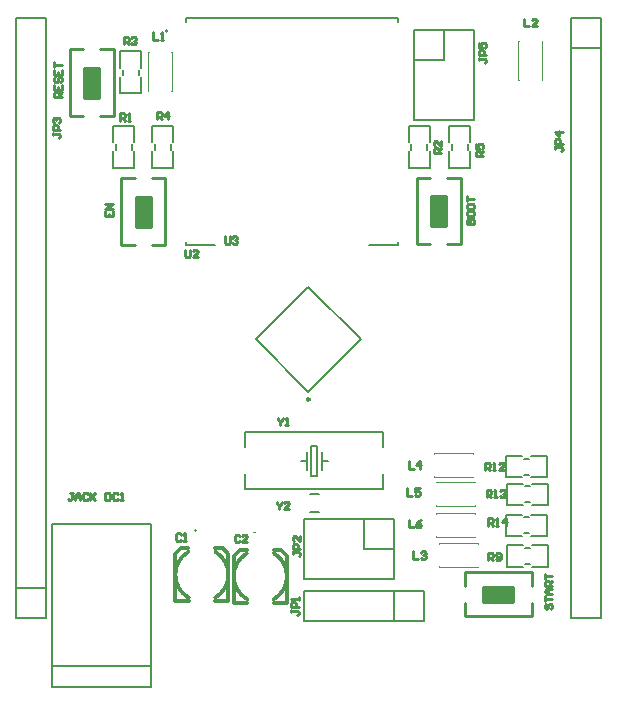
<source format=gto>
G04*
G04 #@! TF.GenerationSoftware,Altium Limited,Altium Designer,22.1.2 (22)*
G04*
G04 Layer_Color=65535*
%FSTAX24Y24*%
%MOIN*%
G70*
G04*
G04 #@! TF.SameCoordinates,360A1761-899D-4A34-B866-C5D0D12458BF*
G04*
G04*
G04 #@! TF.FilePolarity,Positive*
G04*
G01*
G75*
%ADD10C,0.0079*%
%ADD11C,0.0098*%
%ADD12C,0.0118*%
%ADD13C,0.0050*%
%ADD14C,0.0100*%
%ADD15C,0.0070*%
%ADD16C,0.0040*%
%ADD17R,0.0500X0.1000*%
%ADD18R,0.1000X0.0500*%
G36*
X016103Y013023D02*
X016146D01*
Y013005D01*
X016103D01*
Y012962D01*
X016084D01*
Y013005D01*
X016041D01*
Y013023D01*
X016084D01*
Y013067D01*
X016103D01*
Y013023D01*
D02*
G37*
G36*
X018053Y012972D02*
X018096D01*
Y012953D01*
X018053D01*
Y01291D01*
X018034D01*
Y012953D01*
X017991D01*
Y012972D01*
X018034D01*
Y013015D01*
X018053D01*
Y012972D01*
D02*
G37*
D10*
X015156Y029679D02*
G03*
X015156Y029679I-000039J0D01*
G01*
X0197Y01D02*
Y011D01*
X0237D01*
X0197Y01D02*
X0237D01*
Y011D01*
X0227Y01D02*
Y011D01*
X018096Y0194D02*
X01985Y017646D01*
X018096Y0194D02*
X01985Y021154D01*
X021604Y0194D01*
X01985Y017646D02*
X021604Y0194D01*
X0217Y0124D02*
Y0134D01*
Y0124D02*
X0227D01*
Y0114D02*
Y0134D01*
X0197Y0114D02*
X0227D01*
X0197D02*
Y0134D01*
X0227D01*
X01405Y025961D02*
Y026489D01*
X01334D02*
X01405D01*
X01334Y025961D02*
Y026489D01*
Y025111D02*
Y025656D01*
X01405Y025111D02*
Y025656D01*
X01334Y025111D02*
X01405D01*
X026435Y012844D02*
Y013554D01*
Y012844D02*
X02698D01*
X026435Y013554D02*
X02698D01*
X027285D02*
X027813D01*
Y012844D02*
Y013554D01*
X027285Y012844D02*
X027813D01*
X02525Y025961D02*
Y026489D01*
X02454D02*
X02525D01*
X02454Y025961D02*
Y026489D01*
Y025111D02*
Y025656D01*
X02525Y025111D02*
Y025656D01*
X02454Y025111D02*
X02525D01*
X01535Y025961D02*
Y026489D01*
X01464D02*
X01535D01*
X01464Y025961D02*
Y026489D01*
Y025111D02*
Y025656D01*
X01535Y025111D02*
Y025656D01*
X01464Y025111D02*
X01535D01*
X02337Y0267D02*
Y0297D01*
Y0267D02*
X02537D01*
Y0297D01*
X02337D02*
X02537D01*
X02437Y0287D02*
Y0297D01*
X02337Y0287D02*
X02437D01*
X0286Y0291D02*
X0296D01*
X0286Y0101D02*
X0296D01*
X0286D02*
Y0301D01*
X0296D01*
Y02935D02*
Y0301D01*
Y0101D02*
Y02935D01*
X0101Y01085D02*
Y0301D01*
Y0101D02*
Y01085D01*
Y0101D02*
X0111D01*
Y0301D01*
X0101D02*
X0111D01*
X0101Y0111D02*
X0111D01*
X027311Y01182D02*
X027839D01*
Y01253D01*
X027311D02*
X027839D01*
X026461D02*
X027006D01*
X026461Y01182D02*
X027006D01*
X026461D02*
Y01253D01*
Y01387D02*
Y01458D01*
Y01387D02*
X027006D01*
X026461Y01458D02*
X027006D01*
X027311D02*
X027839D01*
Y01387D02*
Y01458D01*
X027311Y01387D02*
X027839D01*
X026435Y014794D02*
Y015504D01*
Y014794D02*
X02698D01*
X026435Y015504D02*
X02698D01*
X027285D02*
X027813D01*
Y014794D02*
Y015504D01*
X027285Y014794D02*
X027813D01*
X01357Y028989D02*
X01428D01*
X01357Y028444D02*
Y028989D01*
X01428Y028444D02*
Y028989D01*
Y027611D02*
Y028139D01*
X01357Y027611D02*
X01428D01*
X01357D02*
Y028139D01*
X0239Y025961D02*
Y026489D01*
X02319D02*
X0239D01*
X02319Y025961D02*
Y026489D01*
Y025111D02*
Y025656D01*
X0239Y025111D02*
Y025656D01*
X02319Y025111D02*
X0239D01*
D11*
X019899Y017396D02*
G03*
X019899Y017396I-000049J0D01*
G01*
D12*
X01585Y012313D02*
G03*
X015862Y01078I00045J-000763D01*
G01*
X016741Y010782D02*
G03*
X01675Y012313I-000441J000768D01*
G01*
X0178Y012261D02*
G03*
X017812Y010728I00045J-000763D01*
G01*
X018691Y01073D02*
G03*
X0187Y012261I-000441J000768D01*
G01*
X016989Y012436D02*
X017186Y012239D01*
X015414D02*
X015611Y012436D01*
X015414Y010664D02*
Y012239D01*
X017186Y010664D02*
Y012239D01*
X016753Y012436D02*
X016989D01*
X015611D02*
X015847D01*
X015414Y010664D02*
X015857D01*
X016743D02*
X017186D01*
X018939Y012384D02*
X019136Y012187D01*
X017364D02*
X017561Y012384D01*
X017364Y010612D02*
Y012187D01*
X019136Y010612D02*
Y012187D01*
X018703Y012384D02*
X018939D01*
X017561D02*
X017797D01*
X017364Y010612D02*
X017807D01*
X018693D02*
X019136D01*
D13*
X015766Y029978D02*
Y030096D01*
X022853D01*
Y029978D02*
Y030096D01*
X015766Y022537D02*
Y022655D01*
Y022537D02*
X016754D01*
X021865D02*
X022853D01*
Y022655D01*
X01775Y0163D02*
X02235D01*
Y0144D02*
Y0149D01*
Y0158D02*
Y0163D01*
X01775Y0158D02*
Y0163D01*
X0203Y01535D02*
X0205D01*
X0203Y01505D02*
Y01565D01*
X02015Y01485D02*
Y01585D01*
X01995D02*
X02015D01*
X01995Y01485D02*
Y01585D01*
Y01485D02*
X02015D01*
X0198Y01505D02*
Y01565D01*
X0196Y01535D02*
X0198D01*
X01775Y0144D02*
X02235D01*
X01775D02*
Y0149D01*
X0199Y013655D02*
X0202D01*
X0199Y014245D02*
X0202D01*
D14*
X01291Y02906D02*
X01336D01*
X0119D02*
X01235D01*
X01238Y02745D02*
X01288D01*
Y02845D01*
X01238D02*
X01288D01*
X01238Y02745D02*
Y02845D01*
X0119Y02684D02*
Y02906D01*
X01336Y02684D02*
Y02906D01*
X01291Y02684D02*
X01336D01*
X0119D02*
X01235D01*
X025068Y01118D02*
Y01163D01*
Y01017D02*
Y01062D01*
Y01017D02*
X027288D01*
X025068Y01163D02*
X027288D01*
X025678Y01115D02*
X026678D01*
Y01065D02*
Y01115D01*
X025678Y01065D02*
X026678D01*
X025678D02*
Y01115D01*
X027288Y01118D02*
Y01163D01*
Y01017D02*
Y01062D01*
X01463Y02476D02*
X01508D01*
X01362D02*
X01407D01*
X01362Y02254D02*
Y02476D01*
X01508Y02254D02*
Y02476D01*
X0146Y02315D02*
Y02415D01*
X0141Y02315D02*
X0146D01*
X0141D02*
Y02415D01*
X0146D01*
X01463Y02254D02*
X01508D01*
X01362D02*
X01407D01*
X02347Y022562D02*
X02392D01*
X02448D02*
X02493D01*
X02395Y024172D02*
X02445D01*
X02395Y023172D02*
Y024172D01*
Y023172D02*
X02445D01*
Y024172D01*
X02493Y022562D02*
Y024782D01*
X02347Y022562D02*
Y024782D01*
X02392D01*
X02448D02*
X02493D01*
X015742Y022375D02*
Y022167D01*
X015783Y022125D01*
X015867D01*
X015908Y022167D01*
Y022375D01*
X016158Y022125D02*
X015992D01*
X016158Y022292D01*
Y022333D01*
X016117Y022375D01*
X016033D01*
X015992Y022333D01*
X019275Y010375D02*
Y010292D01*
Y010333D01*
X019483D01*
X019525Y010292D01*
Y01025D01*
X019483Y010208D01*
X019525Y010458D02*
X019275D01*
Y010583D01*
X019317Y010625D01*
X0194D01*
X019442Y010583D01*
Y010458D01*
X019525Y010708D02*
Y010792D01*
Y01075D01*
X019275D01*
X019317Y010708D01*
X018792Y013975D02*
Y013933D01*
X018875Y01385D01*
X018958Y013933D01*
Y013975D01*
X018875Y01385D02*
Y013725D01*
X019208D02*
X019042D01*
X019208Y013892D01*
Y013933D01*
X019167Y013975D01*
X019083D01*
X019042Y013933D01*
X018833Y016775D02*
Y016733D01*
X018917Y01665D01*
X019Y016733D01*
Y016775D01*
X018917Y01665D02*
Y016525D01*
X019083D02*
X019167D01*
X019125D01*
Y016775D01*
X019083Y016733D01*
X01707Y02283D02*
Y022622D01*
X017112Y02258D01*
X017195D01*
X017237Y022622D01*
Y02283D01*
X01732Y022788D02*
X017362Y02283D01*
X017445D01*
X017487Y022788D01*
Y022747D01*
X017445Y022705D01*
X017403D01*
X017445D01*
X017487Y022663D01*
Y022622D01*
X017445Y02258D01*
X017362D01*
X01732Y022622D01*
X025838Y013175D02*
Y013425D01*
X025963D01*
X026004Y013383D01*
Y0133D01*
X025963Y013258D01*
X025838D01*
X025921D02*
X026004Y013175D01*
X026088D02*
X026171D01*
X026129D01*
Y013425D01*
X026088Y013383D01*
X026421Y013175D02*
Y013425D01*
X026296Y0133D01*
X026462D01*
X025788Y014125D02*
Y014375D01*
X025913D01*
X025954Y014333D01*
Y01425D01*
X025913Y014208D01*
X025788D01*
X025871D02*
X025954Y014125D01*
X026038D02*
X026121D01*
X026079D01*
Y014375D01*
X026038Y014333D01*
X026246D02*
X026287Y014375D01*
X026371D01*
X026412Y014333D01*
Y014292D01*
X026371Y01425D01*
X026329D01*
X026371D01*
X026412Y014208D01*
Y014167D01*
X026371Y014125D01*
X026287D01*
X026246Y014167D01*
X025738Y015025D02*
Y015275D01*
X025863D01*
X025904Y015233D01*
Y01515D01*
X025863Y015108D01*
X025738D01*
X025821D02*
X025904Y015025D01*
X025988D02*
X026071D01*
X026029D01*
Y015275D01*
X025988Y015233D01*
X026362Y015025D02*
X026196D01*
X026362Y015192D01*
Y015233D01*
X026321Y015275D01*
X026237D01*
X026196Y015233D01*
X025842Y012025D02*
Y012275D01*
X025967D01*
X026008Y012233D01*
Y01215D01*
X025967Y012108D01*
X025842D01*
X025925D02*
X026008Y012025D01*
X026092Y012067D02*
X026133Y012025D01*
X026217D01*
X026258Y012067D01*
Y012233D01*
X026217Y012275D01*
X026133D01*
X026092Y012233D01*
Y012192D01*
X026133Y01215D01*
X026258D01*
X025675Y025492D02*
X025425D01*
Y025617D01*
X025467Y025658D01*
X02555D01*
X025592Y025617D01*
Y025492D01*
Y025575D02*
X025675Y025658D01*
X025425Y025908D02*
Y025742D01*
X02555D01*
X025508Y025825D01*
Y025867D01*
X02555Y025908D01*
X025633D01*
X025675Y025867D01*
Y025783D01*
X025633Y025742D01*
X014792Y026725D02*
Y026975D01*
X014917D01*
X014958Y026933D01*
Y02685D01*
X014917Y026808D01*
X014792D01*
X014875D02*
X014958Y026725D01*
X015167D02*
Y026975D01*
X015042Y02685D01*
X015208D01*
X013692Y029225D02*
Y029475D01*
X013817D01*
X013858Y029433D01*
Y02935D01*
X013817Y029308D01*
X013692D01*
X013775D02*
X013858Y029225D01*
X013942Y029433D02*
X013983Y029475D01*
X014067D01*
X014108Y029433D01*
Y029392D01*
X014067Y02935D01*
X014025D01*
X014067D01*
X014108Y029308D01*
Y029267D01*
X014067Y029225D01*
X013983D01*
X013942Y029267D01*
X024275Y025592D02*
X024025D01*
Y025717D01*
X024067Y025758D01*
X02415D01*
X024192Y025717D01*
Y025592D01*
Y025675D02*
X024275Y025758D01*
Y026008D02*
Y025842D01*
X024108Y026008D01*
X024067D01*
X024025Y025967D01*
Y025883D01*
X024067Y025842D01*
X013583Y026675D02*
Y026925D01*
X013708D01*
X01375Y026883D01*
Y0268D01*
X013708Y026758D01*
X013583D01*
X013667D02*
X01375Y026675D01*
X013833D02*
X013917D01*
X013875D01*
Y026925D01*
X013833Y026883D01*
X023192Y013375D02*
Y013125D01*
X023358D01*
X023608Y013375D02*
X023525Y013333D01*
X023442Y01325D01*
Y013167D01*
X023483Y013125D01*
X023567D01*
X023608Y013167D01*
Y013208D01*
X023567Y01325D01*
X023442D01*
X023142Y014425D02*
Y014175D01*
X023308D01*
X023558Y014425D02*
X023392D01*
Y0143D01*
X023475Y014342D01*
X023517D01*
X023558Y0143D01*
Y014217D01*
X023517Y014175D01*
X023433D01*
X023392Y014217D01*
X023192Y015325D02*
Y015075D01*
X023358D01*
X023567D02*
Y015325D01*
X023442Y0152D01*
X023608D01*
X023342Y012325D02*
Y012075D01*
X023508D01*
X023592Y012283D02*
X023633Y012325D01*
X023717D01*
X023758Y012283D01*
Y012242D01*
X023717Y0122D01*
X023675D01*
X023717D01*
X023758Y012158D01*
Y012117D01*
X023717Y012075D01*
X023633D01*
X023592Y012117D01*
X027042Y030075D02*
Y029825D01*
X027208D01*
X027458D02*
X027292D01*
X027458Y029992D01*
Y030033D01*
X027417Y030075D01*
X027333D01*
X027292Y030033D01*
X014683Y029625D02*
Y029375D01*
X01485D01*
X014933D02*
X015017D01*
X014975D01*
Y029625D01*
X014933Y029583D01*
X025525Y028783D02*
Y0287D01*
Y028742D01*
X025733D01*
X025775Y0287D01*
Y028658D01*
X025733Y028617D01*
X025775Y028867D02*
X025525D01*
Y028992D01*
X025567Y029033D01*
X02565D01*
X025692Y028992D01*
Y028867D01*
X025525Y029283D02*
Y029117D01*
X02565D01*
X025608Y0292D01*
Y029242D01*
X02565Y029283D01*
X025733D01*
X025775Y029242D01*
Y029158D01*
X025733Y029117D01*
X028075Y025833D02*
Y02575D01*
Y025792D01*
X028283D01*
X028325Y02575D01*
Y025708D01*
X028283Y025667D01*
X028325Y025917D02*
X028075D01*
Y026042D01*
X028117Y026083D01*
X0282D01*
X028242Y026042D01*
Y025917D01*
X028325Y026292D02*
X028075D01*
X0282Y026167D01*
Y026333D01*
X011325Y026283D02*
Y0262D01*
Y026242D01*
X011533D01*
X011575Y0262D01*
Y026158D01*
X011533Y026117D01*
X011575Y026367D02*
X011325D01*
Y026492D01*
X011367Y026533D01*
X01145D01*
X011492Y026492D01*
Y026367D01*
X011367Y026617D02*
X011325Y026658D01*
Y026742D01*
X011367Y026783D01*
X011408D01*
X01145Y026742D01*
Y0267D01*
Y026742D01*
X011492Y026783D01*
X011533D01*
X011575Y026742D01*
Y026658D01*
X011533Y026617D01*
X019325Y012333D02*
Y01225D01*
Y012292D01*
X019533D01*
X019575Y01225D01*
Y012208D01*
X019533Y012167D01*
X019575Y012417D02*
X019325D01*
Y012542D01*
X019367Y012583D01*
X01945D01*
X019492Y012542D01*
Y012417D01*
X019575Y012833D02*
Y012667D01*
X019408Y012833D01*
X019367D01*
X019325Y012792D01*
Y012708D01*
X019367Y012667D01*
X012Y014275D02*
X011917D01*
X011959D01*
Y014067D01*
X011917Y014025D01*
X011875D01*
X011834Y014067D01*
X012084Y014025D02*
Y014192D01*
X012167Y014275D01*
X01225Y014192D01*
Y014025D01*
Y01415D01*
X012084D01*
X0125Y014233D02*
X012458Y014275D01*
X012375D01*
X012333Y014233D01*
Y014067D01*
X012375Y014025D01*
X012458D01*
X0125Y014067D01*
X012583Y014275D02*
Y014025D01*
Y014108D01*
X01275Y014275D01*
X012625Y01415D01*
X01275Y014025D01*
X013083Y014275D02*
Y014025D01*
X013208D01*
X01325Y014067D01*
Y014233D01*
X013208Y014275D01*
X013083D01*
X0135Y014233D02*
X013458Y014275D01*
X013375D01*
X013333Y014233D01*
Y014067D01*
X013375Y014025D01*
X013458D01*
X0135Y014067D01*
X013583Y014025D02*
X013666D01*
X013625D01*
Y014275D01*
X013583Y014233D01*
X017558Y012833D02*
X017517Y012875D01*
X017433D01*
X017392Y012833D01*
Y012667D01*
X017433Y012625D01*
X017517D01*
X017558Y012667D01*
X017808Y012625D02*
X017642D01*
X017808Y012792D01*
Y012833D01*
X017767Y012875D01*
X017683D01*
X017642Y012833D01*
X0156Y012883D02*
X015558Y012925D01*
X015475D01*
X015433Y012883D01*
Y012717D01*
X015475Y012675D01*
X015558D01*
X0156Y012717D01*
X015683Y012675D02*
X015767D01*
X015725D01*
Y012925D01*
X015683Y012883D01*
X027767Y010583D02*
X027725Y010542D01*
Y010459D01*
X027767Y010417D01*
X027808D01*
X02785Y010459D01*
Y010542D01*
X027892Y010583D01*
X027933D01*
X027975Y010542D01*
Y010459D01*
X027933Y010417D01*
X027725Y010667D02*
Y010833D01*
Y01075D01*
X027975D01*
Y010917D02*
X027808D01*
X027725Y011D01*
X027808Y011083D01*
X027975D01*
X02785D01*
Y010917D01*
X027975Y011167D02*
X027725D01*
Y011292D01*
X027767Y011333D01*
X02785D01*
X027892Y011292D01*
Y011167D01*
Y01125D02*
X027975Y011333D01*
X027725Y011417D02*
Y011583D01*
Y0115D01*
X027975D01*
X011625Y027467D02*
X011375D01*
Y027592D01*
X011417Y027633D01*
X0115D01*
X011542Y027592D01*
Y027467D01*
Y02755D02*
X011625Y027633D01*
X011375Y027883D02*
Y027717D01*
X011625D01*
Y027883D01*
X0115Y027717D02*
Y0278D01*
X011417Y028133D02*
X011375Y028092D01*
Y028008D01*
X011417Y027967D01*
X011458D01*
X0115Y028008D01*
Y028092D01*
X011542Y028133D01*
X011583D01*
X011625Y028092D01*
Y028008D01*
X011583Y027967D01*
X011375Y028383D02*
Y028217D01*
X011625D01*
Y028383D01*
X0115Y028217D02*
Y0283D01*
X011375Y028467D02*
Y028633D01*
Y02855D01*
X011625D01*
X025125Y023242D02*
X025375D01*
Y023367D01*
X025333Y023408D01*
X025292D01*
X02525Y023367D01*
Y023242D01*
Y023367D01*
X025208Y023408D01*
X025167D01*
X025125Y023367D01*
Y023242D01*
Y023617D02*
Y023533D01*
X025167Y023492D01*
X025333D01*
X025375Y023533D01*
Y023617D01*
X025333Y023658D01*
X025167D01*
X025125Y023617D01*
Y023867D02*
Y023783D01*
X025167Y023742D01*
X025333D01*
X025375Y023783D01*
Y023867D01*
X025333Y023908D01*
X025167D01*
X025125Y023867D01*
Y023992D02*
Y024158D01*
Y024075D01*
X025375D01*
X013075Y023658D02*
Y023492D01*
X013325D01*
Y023658D01*
X0132Y023492D02*
Y023575D01*
X013325Y023742D02*
X013075D01*
X013325Y023908D01*
X013075D01*
D15*
X0113Y0085D02*
X0146D01*
Y0078D02*
Y01325D01*
X0113Y0078D02*
Y01325D01*
X0146D01*
X0113Y0078D02*
X0146D01*
X013964Y025712D02*
Y025892D01*
X013424Y025712D02*
Y025892D01*
X027036Y01347D02*
X027216D01*
X027036Y01293D02*
X027216D01*
X025164Y025712D02*
Y025892D01*
X024624Y025712D02*
Y025892D01*
X015264Y025712D02*
Y025892D01*
X014724Y025712D02*
Y025892D01*
X027062Y011906D02*
X027242D01*
X027062Y012446D02*
X027242D01*
X027062Y014496D02*
X027242D01*
X027062Y013956D02*
X027242D01*
X027036Y01542D02*
X027216D01*
X027036Y01488D02*
X027216D01*
X014196Y028208D02*
Y028388D01*
X013656Y028208D02*
Y028388D01*
X023814Y025712D02*
Y025892D01*
X023274Y025712D02*
Y025892D01*
D16*
X02539Y01385D02*
Y01387D01*
X02409Y01385D02*
Y01388D01*
Y01463D02*
Y01465D01*
X02539Y01463D02*
Y01465D01*
X02409Y01385D02*
X02539D01*
X02409Y01465D02*
X02539D01*
X02534Y0148D02*
Y01482D01*
X02404Y0148D02*
Y01483D01*
Y01558D02*
Y0156D01*
X02534Y01558D02*
Y0156D01*
X02404Y0148D02*
X02534D01*
X02404Y0156D02*
X02534D01*
X02685Y02804D02*
X02687D01*
X02685Y02934D02*
X02688D01*
X02763D02*
X02765D01*
X02763Y02804D02*
X02765D01*
X02685D02*
Y02934D01*
X02765Y02804D02*
Y02934D01*
X02549Y0118D02*
Y01182D01*
X02419Y0118D02*
Y01183D01*
Y01258D02*
Y0126D01*
X02549Y01258D02*
Y0126D01*
X02419Y0118D02*
X02549D01*
X02419Y0126D02*
X02549D01*
X02409Y0136D02*
X02539D01*
X02409Y0128D02*
X02539D01*
Y01358D02*
Y0136D01*
X02409Y01358D02*
Y0136D01*
Y0128D02*
Y01283D01*
X02539Y0128D02*
Y01282D01*
X0145Y02766D02*
X01452D01*
X0145Y02896D02*
X01453D01*
X01528D02*
X0153D01*
X01528Y02766D02*
X0153D01*
X0145D02*
Y02896D01*
X0153Y02766D02*
Y02896D01*
D17*
X01263Y02795D02*
D03*
X01435Y02365D02*
D03*
X0242Y023672D02*
D03*
D18*
X026177Y0109D02*
D03*
M02*

</source>
